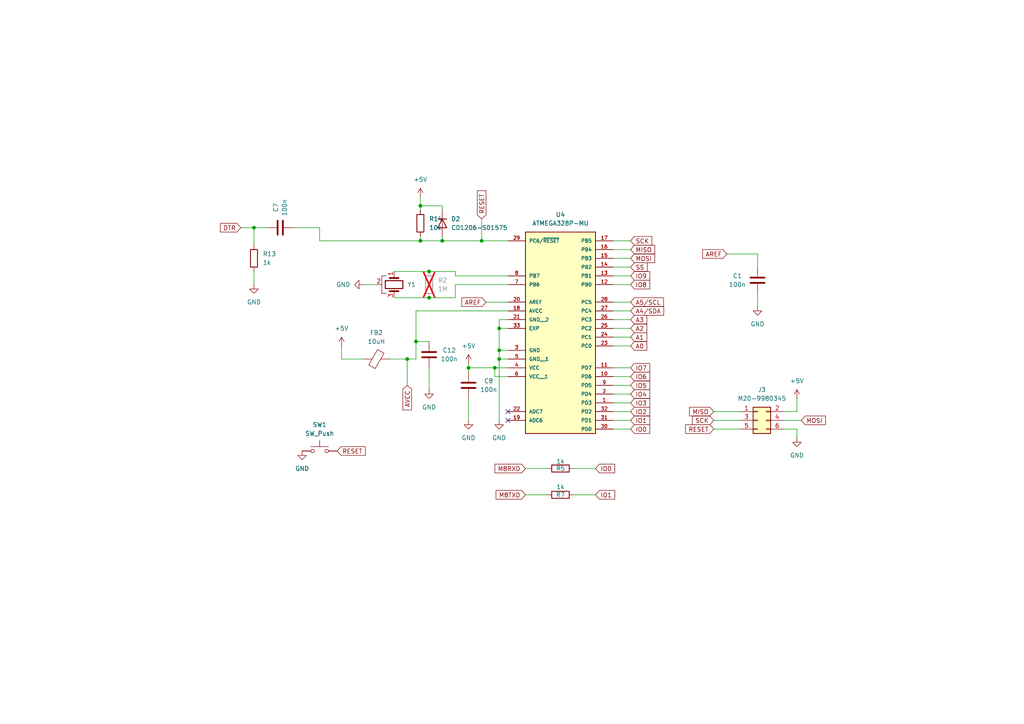
<source format=kicad_sch>
(kicad_sch (version 20231120) (generator "eeschema") (generator_version "8.0")
  (paper "A4")
  (title_block (title "PicoMother") (date "2024-10-02") (rev "0.1") (company "Bonningre Louis") (comment 1 "Lecomte Antoine"))
  (lib_symbols
    (symbol "Arduino Uno SMD:ATMEGA328P-MU" (pin_names (offset 1.016))
      (property "Reference" "U" (at -10.1661 26.6861 0))
      (property "Value" "ATMEGA328P-MU" (at -10.16 -36.83 0))
      (symbol "ATMEGA328P-MU_0_0"
        (rectangle (start -10.16 25.4) (end 10.16 -33.02) (stroke (width 0.254)) (fill (type background)))
        (pin bidirectional line (at 15.24 -24.13 180) (length 5.08) (name "PD3") (number "1"))
        (pin bidirectional line (at 15.24 -16.51 180) (length 5.08) (name "PD6") (number "10"))
        (pin bidirectional line (at 15.24 -13.97 180) (length 5.08) (name "PD7") (number "11"))
        (pin bidirectional line (at 15.24 10.16 180) (length 5.08) (name "PB0") (number "12"))
        (pin bidirectional line (at 15.24 12.7 180) (length 5.08) (name "PB1") (number "13"))
        (pin bidirectional line (at 15.24 15.24 180) (length 5.08) (name "PB2") (number "14"))
        (pin bidirectional line (at 15.24 17.78 180) (length 5.08) (name "PB3") (number "15"))
        (pin bidirectional line (at 15.24 20.32 180) (length 5.08) (name "PB4") (number "16"))
        (pin bidirectional line (at 15.24 22.86 180) (length 5.08) (name "PB5") (number "17"))
        (pin power_in line (at -15.24 2.54 0) (length 5.08) (name "AVCC") (number "18"))
        (pin bidirectional line (at -15.24 -29.21 0) (length 5.08) (name "ADC6") (number "19"))
        (pin bidirectional line (at 15.24 -21.59 180) (length 5.08) (name "PD4") (number "2"))
        (pin input line (at -15.24 5.08 0) (length 5.08) (name "AREF") (number "20"))
        (pin power_in line (at -15.24 0 0) (length 5.08) (name "GND__2") (number "21"))
        (pin bidirectional line (at -15.24 -26.67 0) (length 5.08) (name "ADC7") (number "22"))
        (pin bidirectional line (at 15.24 -7.62 180) (length 5.08) (name "PC0") (number "23"))
        (pin bidirectional line (at 15.24 -5.08 180) (length 5.08) (name "PC1") (number "24"))
        (pin bidirectional line (at 15.24 -2.54 180) (length 5.08) (name "PC2") (number "25"))
        (pin bidirectional line (at 15.24 0 180) (length 5.08) (name "PC3") (number "26"))
        (pin bidirectional line (at 15.24 2.54 180) (length 5.08) (name "PC4") (number "27"))
        (pin bidirectional line (at 15.24 5.08 180) (length 5.08) (name "PC5") (number "28"))
        (pin bidirectional line (at -15.24 22.86 0) (length 5.08) (name "PC6/~{RESET}") (number "29"))
        (pin power_in line (at -15.24 -8.89 0) (length 5.08) (name "GND") (number "3"))
        (pin bidirectional line (at 15.24 -31.75 180) (length 5.08) (name "PD0") (number "30"))
        (pin bidirectional line (at 15.24 -29.21 180) (length 5.08) (name "PD1") (number "31"))
        (pin bidirectional line (at 15.24 -26.67 180) (length 5.08) (name "PD2") (number "32"))
        (pin power_in line (at -15.24 -2.54 0) (length 5.08) (name "EXP") (number "33"))
        (pin power_in line (at -15.24 -13.97 0) (length 5.08) (name "VCC") (number "4"))
        (pin power_in line (at -15.24 -11.43 0) (length 5.08) (name "GND__1") (number "5"))
        (pin power_in line (at -15.24 -16.51 0) (length 5.08) (name "VCC__1") (number "6"))
        (pin bidirectional line (at -15.24 10.16 0) (length 5.08) (name "PB6") (number "7"))
        (pin bidirectional line (at -15.24 12.7 0) (length 5.08) (name "PB7") (number "8"))
        (pin bidirectional line (at 15.24 -19.05 180) (length 5.08) (name "PD5") (number "9"))
      )
    )
    (symbol "Connector_Generic:Conn_02x03_Odd_Even" (pin_names (offset 1.016) hide)
      (property "Reference" "J" (at 1.27 5.08 0))
      (property "Value" "Conn_02x03_Odd_Even" (at 1.27 -5.08 0))
      (symbol "Conn_02x03_Odd_Even_1_1"
        (rectangle (start -1.27 -2.413) (end 0 -2.667) (stroke (width 0.1524)))
        (rectangle (start -1.27 0.127) (end 0 -0.127) (stroke (width 0.1524)))
        (rectangle (start -1.27 2.667) (end 0 2.413) (stroke (width 0.1524)))
        (rectangle (start -1.27 3.81) (end 3.81 -3.81) (stroke (width 0.254)) (fill (type background)))
        (rectangle (start 3.81 -2.413) (end 2.54 -2.667) (stroke (width 0.1524)))
        (rectangle (start 3.81 0.127) (end 2.54 -0.127) (stroke (width 0.1524)))
        (rectangle (start 3.81 2.667) (end 2.54 2.413) (stroke (width 0.1524)))
        (pin passive line (at -5.08 2.54 0) (length 3.81) (name "Pin_1") (number "1"))
        (pin passive line (at 7.62 2.54 180) (length 3.81) (name "Pin_2") (number "2"))
        (pin passive line (at -5.08 0 0) (length 3.81) (name "Pin_3") (number "3"))
        (pin passive line (at 7.62 0 180) (length 3.81) (name "Pin_4") (number "4"))
        (pin passive line (at -5.08 -2.54 0) (length 3.81) (name "Pin_5") (number "5"))
        (pin passive line (at 7.62 -2.54 180) (length 3.81) (name "Pin_6") (number "6"))
      )
    )
    (symbol "Device:C" (pin_numbers hide) (pin_names (offset 0.254))
      (property "Reference" "C" (at 0.635 2.54 0))
      (property "Value" "C" (at 0.635 -2.54 0))
      (symbol "C_0_1"
        (polyline (pts (xy -2.032 -0.762) (xy 2.032 -0.762)) (stroke (width 0.508)))
        (polyline (pts (xy -2.032 0.762) (xy 2.032 0.762)) (stroke (width 0.508)))
      )
      (symbol "C_1_1"
        (pin passive line (at 0 3.81 270) (length 2.794) (name "~") (number "1"))
        (pin passive line (at 0 -3.81 90) (length 2.794) (name "~") (number "2"))
      )
    )
    (symbol "Device:Crystal_GND2" (pin_names (offset 1.016) hide)
      (property "Reference" "Y" (at 0 5.715 0))
      (property "Value" "Crystal_GND2" (at 0 3.81 0))
      (symbol "Crystal_GND2_0_1"
        (rectangle (start -1.143 2.54) (end 1.143 -2.54) (stroke (width 0.3048)))
        (polyline (pts (xy -2.54 0) (xy -1.905 0)))
        (polyline (pts (xy -1.905 -1.27) (xy -1.905 1.27)) (stroke (width 0.508)))
        (polyline (pts (xy 0 -3.81) (xy 0 -3.556)))
        (polyline (pts (xy 1.905 0) (xy 2.54 0)))
        (polyline (pts (xy 1.905 1.27) (xy 1.905 -1.27)) (stroke (width 0.508)))
        (polyline (pts (xy -2.54 -2.286) (xy -2.54 -3.556) (xy 2.54 -3.556) (xy 2.54 -2.286)))
      )
      (symbol "Crystal_GND2_1_1"
        (pin passive line (at -3.81 0 0) (length 1.27) (name "1") (number "1"))
        (pin passive line (at 0 -5.08 90) (length 1.27) (name "2") (number "2"))
        (pin passive line (at 3.81 0 180) (length 1.27) (name "3") (number "3"))
      )
    )
    (symbol "Device:D" (pin_numbers hide) (pin_names (offset 1.016) hide)
      (property "Reference" "D" (at 0 2.54 0))
      (property "Value" "D" (at 0 -2.54 0))
      (symbol "D_0_1"
        (polyline (pts (xy -1.27 1.27) (xy -1.27 -1.27)) (stroke (width 0.254)))
        (polyline (pts (xy 1.27 0) (xy -1.27 0)))
        (polyline (pts (xy 1.27 1.27) (xy 1.27 -1.27) (xy -1.27 0) (xy 1.27 1.27)) (stroke (width 0.254)))
      )
      (symbol "D_1_1"
        (pin passive line (at -3.81 0 0) (length 2.54) (name "K") (number "1"))
        (pin passive line (at 3.81 0 180) (length 2.54) (name "A") (number "2"))
      )
    )
    (symbol "Device:FerriteBead" (pin_numbers hide) (pin_names (offset 0))
      (property "Reference" "FB" (at -3.81 0.635 90))
      (property "Value" "FerriteBead" (at 3.81 0 90))
      (symbol "FerriteBead_0_1"
        (polyline (pts (xy 0 -1.27) (xy 0 -1.2192)))
        (polyline (pts (xy 0 1.27) (xy 0 1.2954)))
        (polyline (pts (xy -2.7686 0.4064) (xy -1.7018 2.2606) (xy 2.7686 -0.3048) (xy 1.6764 -2.159) (xy -2.7686 0.4064)))
      )
      (symbol "FerriteBead_1_1"
        (pin passive line (at 0 3.81 270) (length 2.54) (name "~") (number "1"))
        (pin passive line (at 0 -3.81 90) (length 2.54) (name "~") (number "2"))
      )
    )
    (symbol "Device:R" (pin_numbers hide) (pin_names (offset 0))
      (property "Reference" "R" (at 2.032 0 90))
      (property "Value" "R" (at 0 0 90))
      (symbol "R_0_1"
        (rectangle (start -1.016 -2.54) (end 1.016 2.54) (stroke (width 0.254)))
      )
      (symbol "R_1_1"
        (pin passive line (at 0 3.81 270) (length 1.27) (name "~") (number "1"))
        (pin passive line (at 0 -3.81 90) (length 1.27) (name "~") (number "2"))
      )
    )
    (symbol "Switch:SW_Push" (pin_numbers hide) (pin_names (offset 1.016) hide)
      (property "Reference" "SW" (at 1.27 2.54 0))
      (property "Value" "SW_Push" (at 0 -1.524 0))
      (symbol "SW_Push_0_1"
        (circle (center -2.032 0) (radius 0.508))
        (polyline (pts (xy 0 1.27) (xy 0 3.048)))
        (polyline (pts (xy 2.54 1.27) (xy -2.54 1.27)))
        (circle (center 2.032 0) (radius 0.508))
        (pin passive line (at -5.08 0 0) (length 2.54) (name "1") (number "1"))
        (pin passive line (at 5.08 0 180) (length 2.54) (name "2") (number "2"))
      )
    )
    (symbol "power:+5V" (power) (pin_numbers hide) (pin_names (offset 0) hide)
      (property "Value" "+5V" (at 0 3.556 0))
      (symbol "+5V_0_1"
        (polyline (pts (xy -0.762 1.27) (xy 0 2.54)))
        (polyline (pts (xy 0 0) (xy 0 2.54)))
        (polyline (pts (xy 0 2.54) (xy 0.762 1.27)))
      )
      (symbol "+5V_1_1"
        (pin power_in line (at 0 0 90) (length 0) (name "~") (number "1"))
      )
    )
    (symbol "power:GND" (power) (pin_numbers hide) (pin_names (offset 0) hide)
      (property "Value" "GND" (at 0 -3.81 0))
      (symbol "GND_0_1"
        (polyline (pts (xy 0 0) (xy 0 -1.27) (xy 1.27 -1.27) (xy 0 -2.54) (xy -1.27 -1.27) (xy 0 -1.27)))
      )
      (symbol "GND_1_1"
        (pin power_in line (at 0 0 270) (length 0) (name "~") (number "1"))
      )
    )
  )
  (junction (at 139.7 69.85))
  (junction (at 73.66 66.04))
  (junction (at 143.51 106.68))
  (junction (at 120.65 99.06))
  (junction (at 118.11 104.14))
  (junction (at 121.92 69.85))
  (junction (at 144.78 101.6))
  (junction (at 144.78 95.25))
  (junction (at 135.89 106.68))
  (junction (at 124.46 78.74))
  (junction (at 121.92 59.69))
  (junction (at 144.78 104.14))
  (junction (at 124.46 86.36))
  (junction (at 128.27 69.85))
  (no_connect (at 147.32 121.92))
  (no_connect (at 147.32 119.38))
  (wire (pts (xy 182.88 109.22) (xy 177.8 109.22)))
  (wire (pts (xy 177.8 114.3) (xy 182.88 114.3)))
  (wire (pts (xy 135.89 106.68) (xy 143.51 106.68)))
  (wire (pts (xy 139.7 63.5) (xy 139.7 69.85)))
  (wire (pts (xy 73.66 66.04) (xy 77.47 66.04)))
  (wire (pts (xy 121.92 69.85) (xy 121.92 68.58)))
  (wire (pts (xy 166.37 135.89) (xy 172.72 135.89)))
  (wire (pts (xy 147.32 90.17) (xy 120.65 90.17)))
  (wire (pts (xy 124.46 78.74) (xy 132.08 78.74)))
  (wire (pts (xy 120.65 99.06) (xy 124.46 99.06)))
  (wire (pts (xy 121.92 59.69) (xy 121.92 60.96)))
  (wire (pts (xy 143.51 106.68) (xy 147.32 106.68)))
  (wire (pts (xy 182.88 87.63) (xy 177.8 87.63)))
  (wire (pts (xy 135.89 105.41) (xy 135.89 106.68)))
  (wire (pts (xy 207.01 121.92) (xy 214.63 121.92)))
  (wire (pts (xy 182.88 82.55) (xy 177.8 82.55)))
  (wire (pts (xy 182.88 72.39) (xy 177.8 72.39)))
  (wire (pts (xy 147.32 104.14) (xy 144.78 104.14)))
  (wire (pts (xy 114.3 86.36) (xy 124.46 86.36)))
  (wire (pts (xy 120.65 90.17) (xy 120.65 99.06)))
  (wire (pts (xy 219.71 88.9) (xy 219.71 85.09)))
  (wire (pts (xy 182.88 90.17) (xy 177.8 90.17)))
  (wire (pts (xy 158.75 143.51) (xy 152.4 143.51)))
  (wire (pts (xy 231.14 115.57) (xy 231.14 119.38)))
  (wire (pts (xy 144.78 104.14) (xy 144.78 121.92)))
  (wire (pts (xy 139.7 69.85) (xy 128.27 69.85)))
  (wire (pts (xy 232.41 121.92) (xy 227.33 121.92)))
  (wire (pts (xy 73.66 82.55) (xy 73.66 78.74)))
  (wire (pts (xy 147.32 95.25) (xy 144.78 95.25)))
  (wire (pts (xy 177.8 124.46) (xy 182.88 124.46)))
  (wire (pts (xy 158.75 135.89) (xy 152.4 135.89)))
  (wire (pts (xy 114.3 78.74) (xy 124.46 78.74)))
  (wire (pts (xy 140.97 87.63) (xy 147.32 87.63)))
  (wire (pts (xy 144.78 92.71) (xy 144.78 95.25)))
  (wire (pts (xy 128.27 69.85) (xy 121.92 69.85)))
  (wire (pts (xy 132.08 80.01) (xy 132.08 78.74)))
  (wire (pts (xy 147.32 92.71) (xy 144.78 92.71)))
  (wire (pts (xy 147.32 69.85) (xy 139.7 69.85)))
  (wire (pts (xy 135.89 106.68) (xy 135.89 107.95)))
  (wire (pts (xy 144.78 101.6) (xy 147.32 101.6)))
  (wire (pts (xy 172.72 143.51) (xy 166.37 143.51)))
  (wire (pts (xy 182.88 106.68) (xy 177.8 106.68)))
  (wire (pts (xy 207.01 119.38) (xy 214.63 119.38)))
  (wire (pts (xy 177.8 116.84) (xy 182.88 116.84)))
  (wire (pts (xy 105.41 82.55) (xy 109.22 82.55)))
  (wire (pts (xy 147.32 109.22) (xy 143.51 109.22)))
  (wire (pts (xy 128.27 60.96) (xy 128.27 59.69)))
  (wire (pts (xy 177.8 121.92) (xy 182.88 121.92)))
  (wire (pts (xy 120.65 104.14) (xy 118.11 104.14)))
  (wire (pts (xy 177.8 95.25) (xy 182.88 95.25)))
  (wire (pts (xy 182.88 111.76) (xy 177.8 111.76)))
  (wire (pts (xy 219.71 77.47) (xy 219.71 73.66)))
  (wire (pts (xy 231.14 119.38) (xy 227.33 119.38)))
  (wire (pts (xy 121.92 57.15) (xy 121.92 59.69)))
  (wire (pts (xy 92.71 69.85) (xy 121.92 69.85)))
  (wire (pts (xy 118.11 104.14) (xy 113.03 104.14)))
  (wire (pts (xy 177.8 119.38) (xy 182.88 119.38)))
  (wire (pts (xy 182.88 80.01) (xy 177.8 80.01)))
  (wire (pts (xy 231.14 124.46) (xy 231.14 127)))
  (wire (pts (xy 128.27 68.58) (xy 128.27 69.85)))
  (wire (pts (xy 207.01 124.46) (xy 214.63 124.46)))
  (wire (pts (xy 144.78 101.6) (xy 144.78 104.14)))
  (wire (pts (xy 118.11 111.76) (xy 118.11 104.14)))
  (wire (pts (xy 135.89 121.92) (xy 135.89 115.57)))
  (wire (pts (xy 73.66 71.12) (xy 73.66 66.04)))
  (wire (pts (xy 227.33 124.46) (xy 231.14 124.46)))
  (wire (pts (xy 177.8 97.79) (xy 182.88 97.79)))
  (wire (pts (xy 120.65 99.06) (xy 120.65 104.14)))
  (wire (pts (xy 128.27 59.69) (xy 121.92 59.69)))
  (wire (pts (xy 182.88 77.47) (xy 177.8 77.47)))
  (wire (pts (xy 147.32 80.01) (xy 132.08 80.01)))
  (wire (pts (xy 144.78 95.25) (xy 144.78 101.6)))
  (wire (pts (xy 219.71 73.66) (xy 210.82 73.66)))
  (wire (pts (xy 177.8 92.71) (xy 182.88 92.71)))
  (wire (pts (xy 182.88 69.85) (xy 177.8 69.85)))
  (wire (pts (xy 69.85 66.04) (xy 73.66 66.04)))
  (wire (pts (xy 124.46 113.03) (xy 124.46 106.68)))
  (wire (pts (xy 124.46 86.36) (xy 132.08 86.36)))
  (wire (pts (xy 99.06 104.14) (xy 99.06 100.33)))
  (wire (pts (xy 99.06 104.14) (xy 105.41 104.14)))
  (wire (pts (xy 132.08 82.55) (xy 132.08 86.36)))
  (wire (pts (xy 182.88 100.33) (xy 177.8 100.33)))
  (wire (pts (xy 143.51 109.22) (xy 143.51 106.68)))
  (wire (pts (xy 147.32 82.55) (xy 132.08 82.55)))
  (wire (pts (xy 182.88 74.93) (xy 177.8 74.93)))
  (wire (pts (xy 92.71 66.04) (xy 85.09 66.04)))
  (wire (pts (xy 92.71 69.85) (xy 92.71 66.04)))
  (global_label "DTR" (shape input) (at 69.85 66.04 180) (property "Intersheetrefs" "${INTERSHEET_REFS}" (effects (hide yes))))
  (global_label "SS" (shape input) (at 182.88 77.47 0) (property "Intersheetrefs" "${INTERSHEET_REFS}" (effects (hide yes))))
  (global_label "MOSI" (shape input) (at 182.88 74.93 0) (property "Intersheetrefs" "${INTERSHEET_REFS}" (effects (hide yes))))
  (global_label "MISO" (shape input) (at 207.01 119.38 180) (property "Intersheetrefs" "${INTERSHEET_REFS}" (effects (hide yes))))
  (global_label "AREF" (shape input) (at 140.97 87.63 180) (property "Intersheetrefs" "${INTERSHEET_REFS}" (effects (hide yes))))
  (global_label "IO0" (shape input) (at 172.72 135.89 0) (property "Intersheetrefs" "${INTERSHEET_REFS}" (effects (hide yes))))
  (global_label "SCK" (shape input) (at 207.01 121.92 180) (property "Intersheetrefs" "${INTERSHEET_REFS}" (effects (hide yes))))
  (global_label "IO9" (shape input) (at 182.88 80.01 0) (property "Intersheetrefs" "${INTERSHEET_REFS}" (effects (hide yes))))
  (global_label "A5{slash}SCL" (shape input) (at 182.88 87.63 0) (property "Intersheetrefs" "${INTERSHEET_REFS}" (effects (hide yes))))
  (global_label "A1" (shape input) (at 182.88 97.79 0) (property "Intersheetrefs" "${INTERSHEET_REFS}" (effects (hide yes))))
  (global_label "MISO" (shape input) (at 182.88 72.39 0) (property "Intersheetrefs" "${INTERSHEET_REFS}" (effects (hide yes))))
  (global_label "AVCC" (shape input) (at 118.11 111.76 270) (property "Intersheetrefs" "${INTERSHEET_REFS}" (effects (hide yes))))
  (global_label "IO3" (shape input) (at 182.88 116.84 0) (property "Intersheetrefs" "${INTERSHEET_REFS}" (effects (hide yes))))
  (global_label "RESET" (shape input) (at 139.7 63.5 90) (property "Intersheetrefs" "${INTERSHEET_REFS}" (effects (hide yes))))
  (global_label "IO1" (shape input) (at 172.72 143.51 0) (property "Intersheetrefs" "${INTERSHEET_REFS}" (effects (hide yes))))
  (global_label "RESET" (shape input) (at 97.79 130.81 0) (property "Intersheetrefs" "${INTERSHEET_REFS}" (effects (hide yes))))
  (global_label "A3" (shape input) (at 182.88 92.71 0) (property "Intersheetrefs" "${INTERSHEET_REFS}" (effects (hide yes))))
  (global_label "IO5" (shape input) (at 182.88 111.76 0) (property "Intersheetrefs" "${INTERSHEET_REFS}" (effects (hide yes))))
  (global_label "IO4" (shape input) (at 182.88 114.3 0) (property "Intersheetrefs" "${INTERSHEET_REFS}" (effects (hide yes))))
  (global_label "A2" (shape input) (at 182.88 95.25 0) (property "Intersheetrefs" "${INTERSHEET_REFS}" (effects (hide yes))))
  (global_label "M8TXD" (shape input) (at 152.4 143.51 180) (property "Intersheetrefs" "${INTERSHEET_REFS}" (effects (hide yes))))
  (global_label "A0" (shape input) (at 182.88 100.33 0) (property "Intersheetrefs" "${INTERSHEET_REFS}" (effects (hide yes))))
  (global_label "SCK" (shape input) (at 182.88 69.85 0) (property "Intersheetrefs" "${INTERSHEET_REFS}" (effects (hide yes))))
  (global_label "M8RXD" (shape input) (at 152.4 135.89 180) (property "Intersheetrefs" "${INTERSHEET_REFS}" (effects (hide yes))))
  (global_label "A4{slash}SDA" (shape input) (at 182.88 90.17 0) (property "Intersheetrefs" "${INTERSHEET_REFS}" (effects (hide yes))))
  (global_label "RESET" (shape input) (at 207.01 124.46 180) (property "Intersheetrefs" "${INTERSHEET_REFS}" (effects (hide yes))))
  (global_label "AREF" (shape input) (at 210.82 73.66 180) (property "Intersheetrefs" "${INTERSHEET_REFS}" (effects (hide yes))))
  (global_label "IO8" (shape input) (at 182.88 82.55 0) (property "Intersheetrefs" "${INTERSHEET_REFS}" (effects (hide yes))))
  (global_label "MOSI" (shape input) (at 232.41 121.92 0) (property "Intersheetrefs" "${INTERSHEET_REFS}" (effects (hide yes))))
  (global_label "IO1" (shape input) (at 182.88 121.92 0) (property "Intersheetrefs" "${INTERSHEET_REFS}" (effects (hide yes))))
  (global_label "IO7" (shape input) (at 182.88 106.68 0) (property "Intersheetrefs" "${INTERSHEET_REFS}" (effects (hide yes))))
  (global_label "IO6" (shape input) (at 182.88 109.22 0) (property "Intersheetrefs" "${INTERSHEET_REFS}" (effects (hide yes))))
  (global_label "IO2" (shape input) (at 182.88 119.38 0) (property "Intersheetrefs" "${INTERSHEET_REFS}" (effects (hide yes))))
  (global_label "IO0" (shape input) (at 182.88 124.46 0) (property "Intersheetrefs" "${INTERSHEET_REFS}" (effects (hide yes))))
  (symbol (lib_id "power:+5V") (at 231.14 115.57 0) (unit 1)
    (property "Reference" "#PWR031" (effects (hide yes)))
    (property "Value" "+5V" (at 231.14 110.49 0))
    (property "Description" "Power symbol creates a global label with name \"+5V\"" (effects (hide yes)))
  )
  (symbol (lib_id "power:+5V") (at 135.89 105.41 0) (unit 1)
    (property "Reference" "#PWR032" (effects (hide yes)))
    (property "Value" "+5V" (at 135.89 100.33 0))
    (property "Description" "Power symbol creates a global label with name \"+5V\"" (effects (hide yes)))
  )
  (symbol (lib_id "power:GND") (at 219.71 88.9 0) (unit 1)
    (property "Reference" "#PWR03" (effects (hide yes)))
    (property "Value" "GND" (at 219.71 93.98 0))
    (property "Description" "Power symbol creates a global label with name \"GND\" , ground" (effects (hide yes)))
  )
  (symbol (lib_id "Device:R") (at 73.66 74.93 0) (unit 1)
    (property "Reference" "R13" (at 76.2 73.6599 0) (effects (justify left)))
    (property "Value" "1k" (at 76.2 76.1999 0) (effects (justify left)))
    (property "Footprint" "Resistor_SMD:R_0603_1608Metric_Pad0.98x0.95mm_HandSolder" (effects (hide yes)))
    (property "Description" "Resistor" (effects (hide yes)))
  )
  (symbol (lib_id "Switch:SW_Push") (at 92.71 130.81 0) (unit 1)
    (property "Reference" "SW1" (at 92.71 123.19 0))
    (property "Value" "SW_Push" (at 92.71 125.73 0))
    (property "Footprint" "Button_Switch_THT:SW_DIP_SPSTx01_Piano_10.8x4.1mm_W7.62mm_P2.54mm" (effects (hide yes)))
    (property "Description" "Push button switch, generic, two pins" (effects (hide yes)))
  )
  (symbol (lib_id "power:+5V") (at 121.92 57.15 0) (unit 1)
    (property "Reference" "#PWR026" (effects (hide yes)))
    (property "Value" "+5V" (at 121.92 52.07 0))
    (property "Description" "Power symbol creates a global label with name \"+5V\"" (effects (hide yes)))
  )
  (symbol (lib_id "Device:C") (at 124.46 102.87 0) (unit 1)
    (property "Reference" "C12" (at 130.302 101.6 0))
    (property "Value" "100n" (at 130.302 104.14 0))
    (property "Footprint" "Capacitor_SMD:C_0603_1608Metric" (effects (hide yes)))
    (property "Description" "Unpolarized capacitor" (effects (hide yes)))
  )
  (symbol (lib_id "power:GND") (at 135.89 121.92 0) (unit 1)
    (property "Reference" "#PWR041" (effects (hide yes)))
    (property "Value" "GND" (at 135.89 127 0))
    (property "Description" "Power symbol creates a global label with name \"GND\" , ground" (effects (hide yes)))
  )
  (symbol (lib_id "power:GND") (at 231.14 127 0) (unit 1)
    (property "Reference" "#PWR037" (effects (hide yes)))
    (property "Value" "GND" (at 231.14 132.08 0))
    (property "Description" "Power symbol creates a global label with name \"GND\" , ground" (effects (hide yes)))
  )
  (symbol (lib_id "Device:R") (at 124.46 82.55 0) (unit 1) (dnp yes)
    (property "Reference" "R2" (at 127 81.2799 0) (effects (justify left)))
    (property "Value" "1M" (at 127 83.8199 0) (effects (justify left)))
    (property "Footprint" "Resistor_SMD:R_0603_1608Metric" (effects (hide yes)))
    (property "Description" "Resistor" (effects (hide yes)))
  )
  (symbol (lib_id "Device:R") (at 162.56 143.51 90) (unit 1)
    (property "Reference" "R7" (at 162.56 143.51 90))
    (property "Value" "1k" (at 162.56 141.224 90))
    (property "Footprint" "Resistor_SMD:R_0603_1608Metric_Pad0.98x0.95mm_HandSolder" (effects (hide yes)))
    (property "Description" "Resistor" (effects (hide yes)))
  )
  (symbol (lib_id "Connector_Generic:Conn_02x03_Odd_Even") (at 219.71 121.92 0) (unit 1)
    (property "Reference" "J3" (at 220.98 113.03 0))
    (property "Value" "M20-9980345" (at 220.98 115.57 0))
    (property "Footprint" "Connector_PinHeader_2.54mm:PinHeader_2x03_P2.54mm_Vertical" (effects (hide yes)))
    (property "Description" "Generic connector, double row, 02x03, odd/even pin numbering scheme (row 1 odd numbers, row 2 even numbers), script generated (kicad-library-utils/schlib/autogen/connector/)" (effects (hide yes)))
  )
  (symbol (lib_id "Device:C") (at 219.71 81.28 0) (unit 1)
    (property "Reference" "C1" (at 213.868 80.01 0))
    (property "Value" "100n" (at 213.868 82.55 0))
    (property "Footprint" "Capacitor_SMD:C_0603_1608Metric" (effects (hide yes)))
    (property "Description" "Unpolarized capacitor" (effects (hide yes)))
  )
  (symbol (lib_id "power:+5V") (at 99.06 100.33 0) (unit 1)
    (property "Reference" "#PWR035" (effects (hide yes)))
    (property "Value" "+5V" (at 99.06 95.25 0))
    (property "Description" "Power symbol creates a global label with name \"+5V\"" (effects (hide yes)))
  )
  (symbol (lib_id "power:GND") (at 144.78 121.92 0) (unit 1)
    (property "Reference" "#PWR042" (effects (hide yes)))
    (property "Value" "GND" (at 144.78 127 0))
    (property "Description" "Power symbol creates a global label with name \"GND\" , ground" (effects (hide yes)))
  )
  (symbol (lib_id "Device:R") (at 162.56 135.89 270) (unit 1)
    (property "Reference" "R5" (at 162.56 135.89 90))
    (property "Value" "1k" (at 162.56 133.858 90))
    (property "Footprint" "Resistor_SMD:R_0603_1608Metric_Pad0.98x0.95mm_HandSolder" (effects (hide yes)))
    (property "Description" "Resistor" (effects (hide yes)))
  )
  (symbol (lib_id "power:GND") (at 87.63 130.81 0) (unit 1)
    (property "Reference" "#PWR038" (effects (hide yes)))
    (property "Value" "GND" (at 87.63 135.89 0))
    (property "Description" "Power symbol creates a global label with name \"GND\" , ground" (effects (hide yes)))
  )
  (symbol (lib_id "power:GND") (at 73.66 82.55 0) (unit 1)
    (property "Reference" "#PWR039" (effects (hide yes)))
    (property "Value" "GND" (at 73.66 87.63 0))
    (property "Description" "Power symbol creates a global label with name \"GND\" , ground" (effects (hide yes)))
  )
  (symbol (lib_id "Device:FerriteBead") (at 109.22 104.14 90) (unit 1)
    (property "Reference" "FB2" (at 109.1692 96.52 90))
    (property "Value" "10uH" (at 109.1692 99.06 90))
    (property "Footprint" "Inductor_SMD:L_0805_2012Metric" (effects (hide yes)))
    (property "Description" "Ferrite bead" (effects (hide yes)))
  )
  (symbol (lib_id "power:GND") (at 105.41 82.55 270) (unit 1)
    (property "Reference" "#PWR043" (effects (hide yes)))
    (property "Value" "GND" (at 101.6 82.5499 90) (effects (justify right)))
    (property "Description" "Power symbol creates a global label with name \"GND\" , ground" (effects (hide yes)))
  )
  (symbol (lib_id "Device:C") (at 135.89 111.76 180) (unit 1)
    (property "Reference" "C8" (at 141.732 110.49 0))
    (property "Value" "100n" (at 141.732 113.03 0))
    (property "Footprint" "Capacitor_SMD:C_0603_1608Metric" (effects (hide yes)))
    (property "Description" "Unpolarized capacitor" (effects (hide yes)))
  )
  (symbol (lib_id "Device:R") (at 121.92 64.77 0) (unit 1)
    (property "Reference" "R14" (at 124.46 63.4999 0) (effects (justify left)))
    (property "Value" "10k" (at 124.46 66.0399 0) (effects (justify left)))
    (property "Footprint" "Resistor_SMD:R_0603_1608Metric_Pad0.98x0.95mm_HandSolder" (effects (hide yes)))
    (property "Description" "Resistor" (effects (hide yes)))
  )
  (symbol (lib_id "Device:D") (at 128.27 64.77 270) (unit 1)
    (property "Reference" "D2" (at 130.81 63.4999 90) (effects (justify left)))
    (property "Value" "CD1206-S01575" (at 130.81 66.0399 90) (effects (justify left)))
    (property "Footprint" "Diode_SMD:D_1206_3216Metric" (effects (hide yes)))
    (property "Description" "Diode" (effects (hide yes)))
    (property "Sim.Device" "D" (effects (hide yes)))
    (property "Sim.Pins" "1=K 2=A" (effects (hide yes)))
  )
  (symbol (lib_id "Arduino Uno SMD:ATMEGA328P-MU") (at 162.56 92.71 0) (unit 1)
    (property "Reference" "U4" (at 162.56 62.23 0))
    (property "Value" "ATMEGA328P-MU" (at 162.56 64.77 0))
    (property "Footprint" "Package_QFP:TQFP-32_7x7mm_P0.8mm" (effects (hide yes)))
    (property "MANUFACTURER" "Atmel" (effects (hide yes)))
  )
  (symbol (lib_id "power:GND") (at 124.46 113.03 0) (unit 1)
    (property "Reference" "#PWR040" (effects (hide yes)))
    (property "Value" "GND" (at 124.46 118.11 0))
    (property "Description" "Power symbol creates a global label with name \"GND\" , ground" (effects (hide yes)))
  )
  (symbol (lib_id "Device:C") (at 81.28 66.04 90) (unit 1)
    (property "Reference" "C7" (at 80 60.198 0))
    (property "Value" "100n" (at 82.55 60.198 0))
    (property "Footprint" "Capacitor_SMD:C_0603_1608Metric" (effects (hide yes)))
    (property "Description" "Unpolarized capacitor" (effects (hide yes)))
  )
  (symbol (lib_id "Device:Crystal_GND2") (at 114.3 82.55 270) (unit 1)
    (property "Reference" "Y1" (at 118.11 82.5499 90) (effects (justify left)))
    (property "Value" "CSTNE16M0V530000R0" (effects (hide yes)))
    (property "Footprint" "Crystal:Resonator_SMD_Murata_CSTxExxV-3Pin_3.0x1.1mm" (effects (hide yes)))
    (property "Description" "Three pin crystal, GND on pin 2" (effects (hide yes)))
  )
)
</source>
